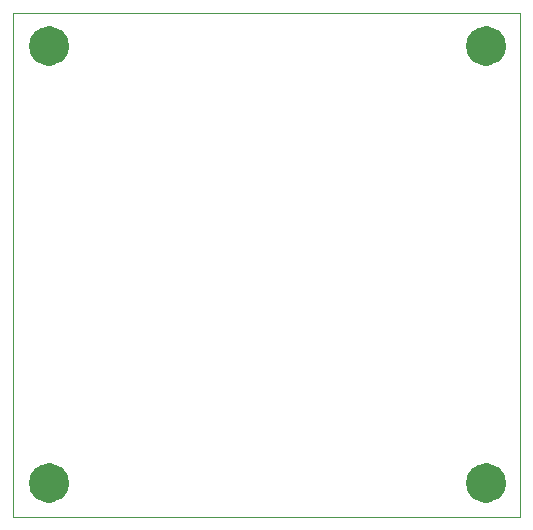
<source format=gbr>
%TF.GenerationSoftware,KiCad,Pcbnew,8.0.7*%
%TF.CreationDate,2025-01-10T12:44:59+00:00*%
%TF.ProjectId,AstroDroid-v1,41737472-6f44-4726-9f69-642d76312e6b,rev?*%
%TF.SameCoordinates,Original*%
%TF.FileFunction,Profile,NP*%
%FSLAX46Y46*%
G04 Gerber Fmt 4.6, Leading zero omitted, Abs format (unit mm)*
G04 Created by KiCad (PCBNEW 8.0.7) date 2025-01-10 12:44:59*
%MOMM*%
%LPD*%
G01*
G04 APERTURE LIST*
%TA.AperFunction,Profile*%
%ADD10C,1.725000*%
%TD*%
%TA.AperFunction,Profile*%
%ADD11C,0.050000*%
%TD*%
G04 APERTURE END LIST*
D10*
X72998500Y-93388000D02*
G75*
G02*
X71273500Y-93388000I-862500J0D01*
G01*
X71273500Y-93388000D02*
G75*
G02*
X72998500Y-93388000I862500J0D01*
G01*
X109998500Y-56388000D02*
G75*
G02*
X108273500Y-56388000I-862500J0D01*
G01*
X108273500Y-56388000D02*
G75*
G02*
X109998500Y-56388000I862500J0D01*
G01*
X109998500Y-93388000D02*
G75*
G02*
X108273500Y-93388000I-862500J0D01*
G01*
X108273500Y-93388000D02*
G75*
G02*
X109998500Y-93388000I862500J0D01*
G01*
X72998500Y-56388000D02*
G75*
G02*
X71273500Y-56388000I-862500J0D01*
G01*
X71273500Y-56388000D02*
G75*
G02*
X72998500Y-56388000I862500J0D01*
G01*
D11*
X69088000Y-53594000D02*
X112014000Y-53594000D01*
X112014000Y-96266000D01*
X69088000Y-96266000D01*
X69088000Y-53594000D01*
M02*

</source>
